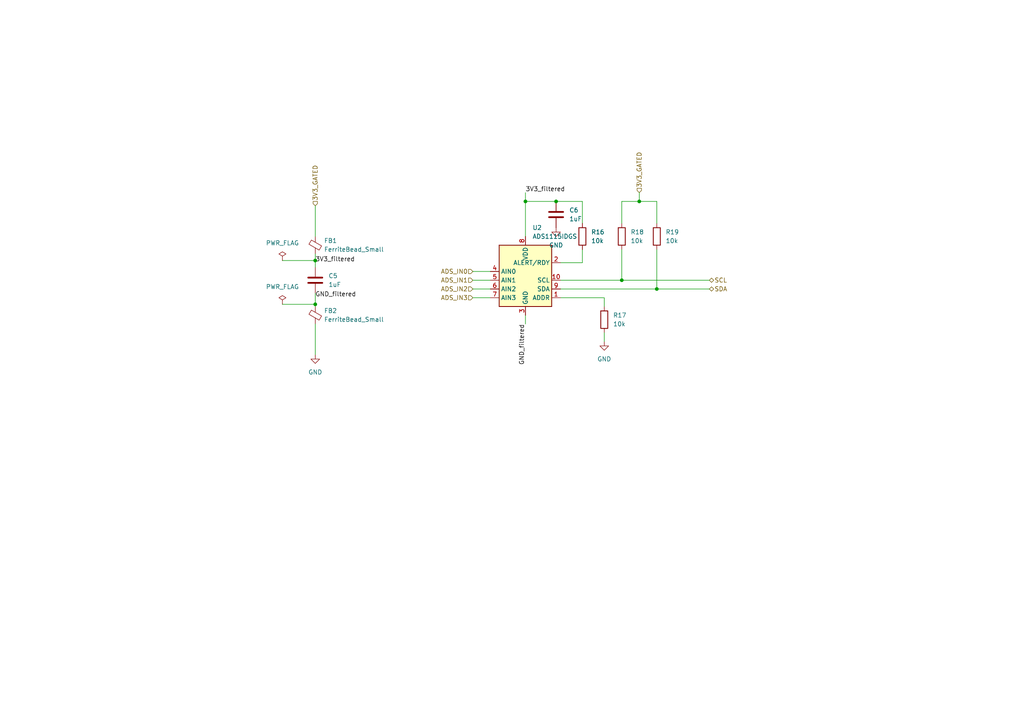
<source format=kicad_sch>
(kicad_sch (version 20230121) (generator eeschema)
  (paper "A4")
  (lib_symbols
    (symbol "Analog_ADC:ADS1115IDGS"
      (property "Reference" "U" (at 2.54 13.97 0))
      (property "Value" "ADS1115IDGS" (at 7.62 11.43 0))
      (symbol "ADS1115IDGS_0_1"
        (rectangle (start -7.62 10.16) (end 7.62 -7.62) (stroke (width 0.254)) (fill (type background)))
      )
      (symbol "ADS1115IDGS_1_1"
        (pin input line (at 10.16 -5.08 180) (length 2.54) (name "ADDR") (number "1"))
        (pin input line (at 10.16 0 180) (length 2.54) (name "SCL") (number "10"))
        (pin output line (at 10.16 5.08 180) (length 2.54) (name "ALERT/RDY") (number "2"))
        (pin power_in line (at 0 -10.16 90) (length 2.54) (name "GND") (number "3"))
        (pin input line (at -10.16 2.54 0) (length 2.54) (name "AIN0") (number "4"))
        (pin input line (at -10.16 0 0) (length 2.54) (name "AIN1") (number "5"))
        (pin input line (at -10.16 -2.54 0) (length 2.54) (name "AIN2") (number "6"))
        (pin input line (at -10.16 -5.08 0) (length 2.54) (name "AIN3") (number "7"))
        (pin power_in line (at 0 12.7 270) (length 2.54) (name "VDD") (number "8"))
        (pin bidirectional line (at 10.16 -2.54 180) (length 2.54) (name "SDA") (number "9"))
      )
    )
    (symbol "Device:C" (pin_numbers hide) (pin_names (offset 0.254))
      (property "Reference" "C" (at 0.635 2.54 0))
      (property "Value" "C" (at 0.635 -2.54 0))
      (symbol "C_0_1"
        (polyline (pts (xy -2.032 -0.762) (xy 2.032 -0.762)) (stroke (width 0.508)))
        (polyline (pts (xy -2.032 0.762) (xy 2.032 0.762)) (stroke (width 0.508)))
      )
      (symbol "C_1_1"
        (pin passive line (at 0 3.81 270) (length 2.794) (name "~") (number "1"))
        (pin passive line (at 0 -3.81 90) (length 2.794) (name "~") (number "2"))
      )
    )
    (symbol "Device:FerriteBead_Small" (pin_numbers hide) (pin_names (offset 0))
      (property "Reference" "FB" (at 1.905 1.27 0))
      (property "Value" "FerriteBead_Small" (at 1.905 -1.27 0))
      (symbol "FerriteBead_Small_0_1"
        (polyline (pts (xy 0 -1.27) (xy 0 -0.7874)))
        (polyline (pts (xy 0 0.889) (xy 0 1.2954)))
        (polyline (pts (xy -1.8288 0.2794) (xy -1.1176 1.4986) (xy 1.8288 -0.2032) (xy 1.1176 -1.4224) (xy -1.8288 0.2794)))
      )
      (symbol "FerriteBead_Small_1_1"
        (pin passive line (at 0 2.54 270) (length 1.27) (name "~") (number "1"))
        (pin passive line (at 0 -2.54 90) (length 1.27) (name "~") (number "2"))
      )
    )
    (symbol "Device:R" (pin_numbers hide) (pin_names (offset 0))
      (property "Reference" "R" (at 2.032 0 90))
      (property "Value" "R" (at 0 0 90))
      (symbol "R_0_1"
        (rectangle (start -1.016 -2.54) (end 1.016 2.54) (stroke (width 0.254)))
      )
      (symbol "R_1_1"
        (pin passive line (at 0 3.81 270) (length 1.27) (name "~") (number "1"))
        (pin passive line (at 0 -3.81 90) (length 1.27) (name "~") (number "2"))
      )
    )
    (symbol "power:GND" (power) (pin_names (offset 0))
      (property "Value" "GND" (at 0 -3.81 0))
      (symbol "GND_0_1"
        (polyline (pts (xy 0 0) (xy 0 -1.27) (xy 1.27 -1.27) (xy 0 -2.54) (xy -1.27 -1.27) (xy 0 -1.27)))
      )
      (symbol "GND_1_1"
        (pin power_in line (at 0 0 270) (length 0) hide (name "GND") (number "1"))
      )
    )
    (symbol "power:PWR_FLAG" (power) (pin_numbers hide) (pin_names (offset 0) hide)
      (property "Value" "PWR_FLAG" (at 0 3.81 0))
      (symbol "PWR_FLAG_0_0"
        (pin power_out line (at 0 0 90) (length 0) (name "pwr") (number "1"))
      )
      (symbol "PWR_FLAG_0_1"
        (polyline (pts (xy 0 0) (xy 0 1.27) (xy -1.016 1.905) (xy 0 2.54) (xy 1.016 1.905) (xy 0 1.27)))
      )
    )
  )
  (junction (at 185.42 58.42))
  (junction (at 161.29 58.42))
  (junction (at 91.44 75.565))
  (junction (at 152.4 58.42))
  (junction (at 190.5 83.82))
  (junction (at 180.34 81.28))
  (junction (at 91.44 88.265))
  (wire (pts (xy 91.44 85.09) (xy 91.44 88.265)))
  (wire (pts (xy 168.91 58.42) (xy 168.91 64.77)))
  (wire (pts (xy 185.42 55.88) (xy 185.42 58.42)))
  (wire (pts (xy 91.44 75.565) (xy 91.44 77.47)))
  (wire (pts (xy 175.26 86.36) (xy 175.26 88.9)))
  (wire (pts (xy 162.56 86.36) (xy 175.26 86.36)))
  (wire (pts (xy 152.4 58.42) (xy 161.29 58.42)))
  (wire (pts (xy 137.16 78.74) (xy 142.24 78.74)))
  (wire (pts (xy 161.29 58.42) (xy 168.91 58.42)))
  (wire (pts (xy 91.44 73.66) (xy 91.44 75.565)))
  (wire (pts (xy 81.915 75.565) (xy 91.44 75.565)))
  (wire (pts (xy 91.44 59.69) (xy 91.44 68.58)))
  (wire (pts (xy 162.56 81.28) (xy 180.34 81.28)))
  (wire (pts (xy 168.91 72.39) (xy 168.91 76.2)))
  (wire (pts (xy 190.5 83.82) (xy 205.74 83.82)))
  (wire (pts (xy 168.91 76.2) (xy 162.56 76.2)))
  (wire (pts (xy 137.16 86.36) (xy 142.24 86.36)))
  (wire (pts (xy 137.16 83.82) (xy 142.24 83.82)))
  (wire (pts (xy 137.16 81.28) (xy 142.24 81.28)))
  (wire (pts (xy 162.56 83.82) (xy 190.5 83.82)))
  (wire (pts (xy 190.5 83.82) (xy 190.5 72.39)))
  (wire (pts (xy 185.42 58.42) (xy 190.5 58.42)))
  (wire (pts (xy 175.26 99.06) (xy 175.26 96.52)))
  (wire (pts (xy 91.44 88.265) (xy 91.44 88.9)))
  (wire (pts (xy 152.4 55.88) (xy 152.4 58.42)))
  (wire (pts (xy 81.915 88.265) (xy 91.44 88.265)))
  (wire (pts (xy 180.34 81.28) (xy 205.74 81.28)))
  (wire (pts (xy 190.5 58.42) (xy 190.5 64.77)))
  (wire (pts (xy 152.4 58.42) (xy 152.4 68.58)))
  (wire (pts (xy 91.44 102.87) (xy 91.44 93.98)))
  (wire (pts (xy 152.4 93.98) (xy 152.4 91.44)))
  (wire (pts (xy 180.34 58.42) (xy 180.34 64.77)))
  (wire (pts (xy 180.34 58.42) (xy 185.42 58.42)))
  (wire (pts (xy 180.34 81.28) (xy 180.34 72.39)))
  (label "3V3_filtered" (at 91.44 76.2 0))
  (label "3V3_filtered" (at 152.4 55.88 0))
  (label "GND_filtered" (at 152.4 93.98 270))
  (label "GND_filtered" (at 91.44 86.36 0))
  (hierarchical_label "3V3_GATED" (shape input) (at 185.42 55.88 90))
  (hierarchical_label "ADS_IN0" (shape input) (at 137.16 78.74 180))
  (hierarchical_label "ADS_IN1" (shape input) (at 137.16 81.28 180))
  (hierarchical_label "ADS_IN3" (shape input) (at 137.16 86.36 180))
  (hierarchical_label "SCL" (shape bidirectional) (at 205.74 81.28 0))
  (hierarchical_label "ADS_IN2" (shape input) (at 137.16 83.82 180))
  (hierarchical_label "3V3_GATED" (shape input) (at 91.44 59.69 90))
  (hierarchical_label "SDA" (shape bidirectional) (at 205.74 83.82 0))
  (symbol (lib_id "Device:R") (at 175.26 92.71 0) (unit 1)
    (property "Reference" "R17" (at 177.8 91.4399 0) (effects (justify left)))
    (property "Value" "10k" (at 177.8 93.9799 0) (effects (justify left)))
    (property "Footprint" "Resistor_SMD:R_1206_3216Metric" (effects hide))
  )
  (symbol (lib_id "power:PWR_FLAG") (at 81.915 88.265 0) (unit 1)
    (property "Reference" "#FLG07" (effects hide))
    (property "Value" "PWR_FLAG" (at 81.915 83.185 0))
  )
  (symbol (lib_id "power:GND") (at 91.44 102.87 0) (unit 1)
    (property "Reference" "#PWR035" (effects hide))
    (property "Value" "GND" (at 91.44 107.95 0))
  )
  (symbol (lib_id "Analog_ADC:ADS1115IDGS") (at 152.4 81.28 0) (unit 1)
    (property "Reference" "U2" (at 154.4194 66.04 0) (effects (justify left)))
    (property "Value" "ADS1115IDGS" (at 154.4194 68.58 0) (effects (justify left)))
    (property "Footprint" "Package_SO:TSSOP-10_3x3mm_P0.5mm" (effects hide))
    (property "Datasheet" "http://www.ti.com/lit/ds/symlink/ads1113.pdf" (effects hide))
  )
  (symbol (lib_id "power:PWR_FLAG") (at 81.915 75.565 0) (unit 1)
    (property "Reference" "#FLG06" (effects hide))
    (property "Value" "PWR_FLAG" (at 81.915 70.485 0))
  )
  (symbol (lib_id "power:GND") (at 161.29 66.04 0) (unit 1)
    (property "Reference" "#PWR036" (effects hide))
    (property "Value" "GND" (at 161.29 71.12 0))
  )
  (symbol (lib_id "Device:R") (at 180.34 68.58 0) (unit 1)
    (property "Reference" "R18" (at 182.88 67.3099 0) (effects (justify left)))
    (property "Value" "10k" (at 182.88 69.8499 0) (effects (justify left)))
    (property "Footprint" "Resistor_SMD:R_1206_3216Metric" (effects hide))
  )
  (symbol (lib_id "Device:R") (at 168.91 68.58 0) (unit 1)
    (property "Reference" "R16" (at 171.45 67.3099 0) (effects (justify left)))
    (property "Value" "10k" (at 171.45 69.8499 0) (effects (justify left)))
    (property "Footprint" "Resistor_SMD:R_1206_3216Metric" (effects hide))
  )
  (symbol (lib_id "Device:FerriteBead_Small") (at 91.44 91.44 0) (unit 1)
    (property "Reference" "FB2" (at 93.98 90.1318 0) (effects (justify left)))
    (property "Value" "FerriteBead_Small" (at 93.98 92.6718 0) (effects (justify left)))
    (property "Footprint" "Resistor_SMD:R_1206_3216Metric" (effects hide))
  )
  (symbol (lib_id "Device:C") (at 161.29 62.23 0) (unit 1)
    (property "Reference" "C6" (at 165.1 60.9599 0) (effects (justify left)))
    (property "Value" "1uF" (at 165.1 63.4999 0) (effects (justify left)))
    (property "Footprint" "Capacitor_SMD:C_0805_2012Metric" (effects hide))
  )
  (symbol (lib_id "power:GND") (at 175.26 99.06 0) (unit 1)
    (property "Reference" "#PWR037" (effects hide))
    (property "Value" "GND" (at 175.26 104.14 0))
  )
  (symbol (lib_id "Device:C") (at 91.44 81.28 0) (unit 1)
    (property "Reference" "C5" (at 95.25 80.0099 0) (effects (justify left)))
    (property "Value" "1uF" (at 95.25 82.5499 0) (effects (justify left)))
    (property "Footprint" "Capacitor_SMD:C_0805_2012Metric" (effects hide))
  )
  (symbol (lib_id "Device:FerriteBead_Small") (at 91.44 71.12 0) (unit 1)
    (property "Reference" "FB1" (at 93.98 69.8118 0) (effects (justify left)))
    (property "Value" "FerriteBead_Small" (at 93.98 72.3518 0) (effects (justify left)))
    (property "Footprint" "Resistor_SMD:R_1206_3216Metric" (effects hide))
  )
  (symbol (lib_id "Device:R") (at 190.5 68.58 0) (unit 1)
    (property "Reference" "R19" (at 193.04 67.3099 0) (effects (justify left)))
    (property "Value" "10k" (at 193.04 69.8499 0) (effects (justify left)))
    (property "Footprint" "Resistor_SMD:R_1206_3216Metric" (effects hide))
  )
)
</source>
